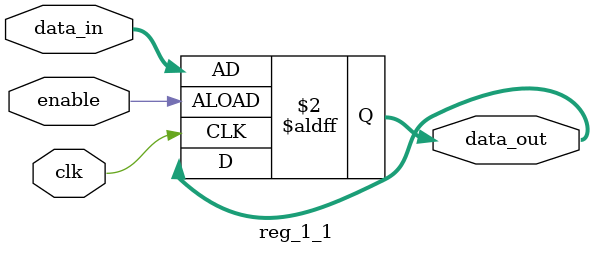
<source format=v>
module reg_1_1 (clk, enable, data_in, data_out);
input clk;
input enable;
parameter DATA_WIDTH = 8;
input [(DATA_WIDTH-1):0] data_in;
output reg [(DATA_WIDTH-1):0] data_out;

    always @ (posedge clk or posedge enable)
    begin
        if(enable)
            data_out <= data_in;
    end
endmodule       // reg 8 bits sem reset

</source>
